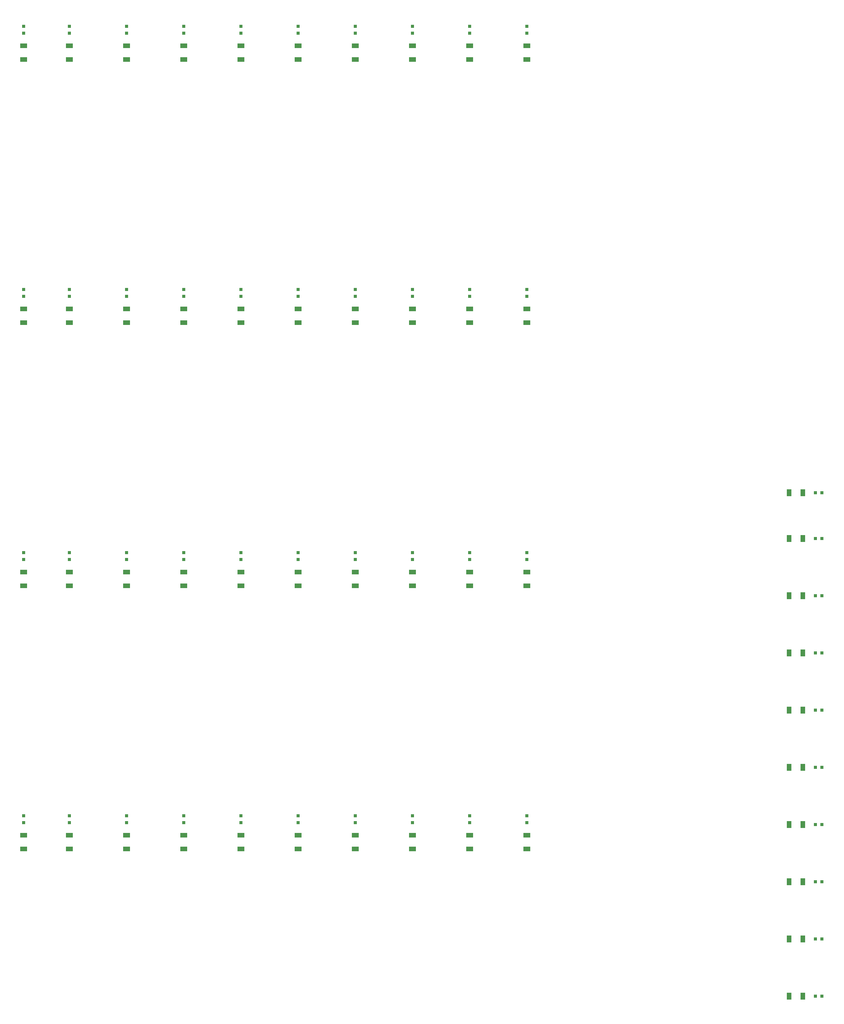
<source format=gtp>
G04*
G04 #@! TF.GenerationSoftware,Altium Limited,Altium Designer,22.0.2 (36)*
G04*
G04 Layer_Color=8421504*
%FSLAX44Y44*%
%MOMM*%
G71*
G04*
G04 #@! TF.SameCoordinates,7D7719C0-51A1-41A7-90C6-739A12DC03E5*
G04*
G04*
G04 #@! TF.FilePolarity,Positive*
G04*
G01*
G75*
%ADD11R,1.5000X1.0500*%
%ADD12R,0.8000X0.8000*%
%ADD14R,1.0500X1.5000*%
%ADD15R,0.8000X0.8000*%
D11*
X443700Y573570D02*
D03*
Y543070D02*
D03*
X570700Y573570D02*
D03*
Y543070D02*
D03*
X697700Y573570D02*
D03*
Y543070D02*
D03*
X824700Y573570D02*
D03*
Y543070D02*
D03*
X951700Y573570D02*
D03*
Y543070D02*
D03*
X1078700Y573570D02*
D03*
Y543070D02*
D03*
X1205700Y573570D02*
D03*
Y543070D02*
D03*
X1332700Y573570D02*
D03*
Y543070D02*
D03*
X316700Y573570D02*
D03*
Y543070D02*
D03*
X215100Y573570D02*
D03*
Y543070D02*
D03*
X443700Y1157770D02*
D03*
Y1127270D02*
D03*
X570700Y1157770D02*
D03*
Y1127270D02*
D03*
X697700Y1157770D02*
D03*
Y1127270D02*
D03*
X824700Y1157770D02*
D03*
Y1127270D02*
D03*
X951700Y1157770D02*
D03*
Y1127270D02*
D03*
X1078700Y1157770D02*
D03*
Y1127270D02*
D03*
X1205700Y1157770D02*
D03*
Y1127270D02*
D03*
X1332700Y1157770D02*
D03*
Y1127270D02*
D03*
X316700Y1157770D02*
D03*
Y1127270D02*
D03*
X215100Y1157770D02*
D03*
Y1127270D02*
D03*
X443700Y1741970D02*
D03*
Y1711470D02*
D03*
X570700Y1741970D02*
D03*
Y1711470D02*
D03*
X697700Y1741970D02*
D03*
Y1711470D02*
D03*
X824700Y1741970D02*
D03*
Y1711470D02*
D03*
X951700Y1741970D02*
D03*
Y1711470D02*
D03*
X1078700Y1741970D02*
D03*
Y1711470D02*
D03*
X1205700Y1741970D02*
D03*
Y1711470D02*
D03*
X1332700Y1741970D02*
D03*
Y1711470D02*
D03*
X316700Y1741970D02*
D03*
Y1711470D02*
D03*
X215100Y1741970D02*
D03*
Y1711470D02*
D03*
X443700Y2326170D02*
D03*
Y2295670D02*
D03*
X570700Y2326170D02*
D03*
Y2295670D02*
D03*
X697700Y2326170D02*
D03*
Y2295670D02*
D03*
X824700Y2326170D02*
D03*
Y2295670D02*
D03*
X951700Y2326170D02*
D03*
Y2295670D02*
D03*
X1078700Y2326170D02*
D03*
Y2295670D02*
D03*
X1205700Y2326170D02*
D03*
Y2295670D02*
D03*
X1332700Y2326170D02*
D03*
Y2295670D02*
D03*
X316700Y2326170D02*
D03*
Y2295670D02*
D03*
X215100Y2326170D02*
D03*
Y2295670D02*
D03*
D12*
X570700Y616620D02*
D03*
Y601620D02*
D03*
X316700Y616620D02*
D03*
Y601620D02*
D03*
X215100D02*
D03*
Y616620D02*
D03*
X697700D02*
D03*
Y601620D02*
D03*
X951700D02*
D03*
Y616620D02*
D03*
X824700D02*
D03*
Y601620D02*
D03*
X443700D02*
D03*
Y616620D02*
D03*
X1332700D02*
D03*
Y601620D02*
D03*
X1205700D02*
D03*
Y616620D02*
D03*
X1078700D02*
D03*
Y601620D02*
D03*
X570700Y1200820D02*
D03*
Y1185820D02*
D03*
X316700Y1200820D02*
D03*
Y1185820D02*
D03*
X215100D02*
D03*
Y1200820D02*
D03*
X697700D02*
D03*
Y1185820D02*
D03*
X951700D02*
D03*
Y1200820D02*
D03*
X824700D02*
D03*
Y1185820D02*
D03*
X443700D02*
D03*
Y1200820D02*
D03*
X1332700D02*
D03*
Y1185820D02*
D03*
X1205700D02*
D03*
Y1200820D02*
D03*
X1078700D02*
D03*
Y1185820D02*
D03*
X570700Y1785020D02*
D03*
Y1770020D02*
D03*
X316700Y1785020D02*
D03*
Y1770020D02*
D03*
X215100D02*
D03*
Y1785020D02*
D03*
X697700D02*
D03*
Y1770020D02*
D03*
X951700D02*
D03*
Y1785020D02*
D03*
X824700D02*
D03*
Y1770020D02*
D03*
X443700D02*
D03*
Y1785020D02*
D03*
X1332700D02*
D03*
Y1770020D02*
D03*
X1205700D02*
D03*
Y1785020D02*
D03*
X1078700D02*
D03*
Y1770020D02*
D03*
X570700Y2369220D02*
D03*
Y2354220D02*
D03*
X316700Y2369220D02*
D03*
Y2354220D02*
D03*
X215100D02*
D03*
Y2369220D02*
D03*
X697700D02*
D03*
Y2354220D02*
D03*
X951700D02*
D03*
Y2369220D02*
D03*
X824700D02*
D03*
Y2354220D02*
D03*
X443700D02*
D03*
Y2369220D02*
D03*
X1332700D02*
D03*
Y2354220D02*
D03*
X1205700D02*
D03*
Y2369220D02*
D03*
X1078700D02*
D03*
Y2354220D02*
D03*
D14*
X1945650Y1104900D02*
D03*
X1915150D02*
D03*
X1945650Y977900D02*
D03*
X1915150D02*
D03*
X1945650Y850900D02*
D03*
X1915150D02*
D03*
X1945650Y723900D02*
D03*
X1915150D02*
D03*
X1945650Y596900D02*
D03*
X1915150D02*
D03*
X1945650Y469900D02*
D03*
X1915150D02*
D03*
X1945650Y342900D02*
D03*
X1915150D02*
D03*
X1945650Y215900D02*
D03*
X1915150D02*
D03*
X1945650Y1231900D02*
D03*
X1915150D02*
D03*
X1945650Y1333500D02*
D03*
X1915150D02*
D03*
D15*
X1988700Y977900D02*
D03*
X1973700D02*
D03*
X1988700Y1231900D02*
D03*
X1973700D02*
D03*
Y1333500D02*
D03*
X1988700D02*
D03*
Y850900D02*
D03*
X1973700D02*
D03*
Y596900D02*
D03*
X1988700D02*
D03*
Y723900D02*
D03*
X1973700D02*
D03*
Y1104900D02*
D03*
X1988700D02*
D03*
Y215900D02*
D03*
X1973700D02*
D03*
Y342900D02*
D03*
X1988700D02*
D03*
Y469900D02*
D03*
X1973700D02*
D03*
M02*

</source>
